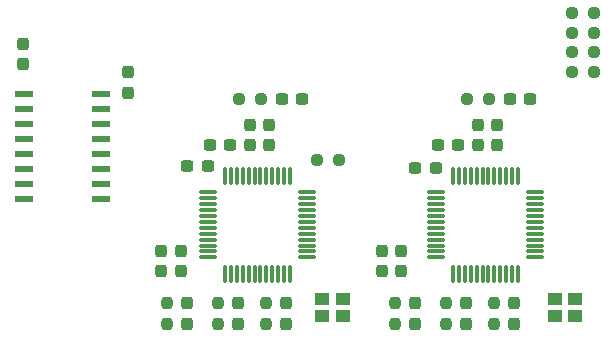
<source format=gtp>
G04 #@! TF.GenerationSoftware,KiCad,Pcbnew,7.0.0-da2b9df05c~163~ubuntu22.04.1*
G04 #@! TF.CreationDate,2023-02-25T14:43:30+01:00*
G04 #@! TF.ProjectId,metering_board,6d657465-7269-46e6-975f-626f6172642e,rev?*
G04 #@! TF.SameCoordinates,Original*
G04 #@! TF.FileFunction,Paste,Top*
G04 #@! TF.FilePolarity,Positive*
%FSLAX46Y46*%
G04 Gerber Fmt 4.6, Leading zero omitted, Abs format (unit mm)*
G04 Created by KiCad (PCBNEW 7.0.0-da2b9df05c~163~ubuntu22.04.1) date 2023-02-25 14:43:30*
%MOMM*%
%LPD*%
G01*
G04 APERTURE LIST*
G04 Aperture macros list*
%AMRoundRect*
0 Rectangle with rounded corners*
0 $1 Rounding radius*
0 $2 $3 $4 $5 $6 $7 $8 $9 X,Y pos of 4 corners*
0 Add a 4 corners polygon primitive as box body*
4,1,4,$2,$3,$4,$5,$6,$7,$8,$9,$2,$3,0*
0 Add four circle primitives for the rounded corners*
1,1,$1+$1,$2,$3*
1,1,$1+$1,$4,$5*
1,1,$1+$1,$6,$7*
1,1,$1+$1,$8,$9*
0 Add four rect primitives between the rounded corners*
20,1,$1+$1,$2,$3,$4,$5,0*
20,1,$1+$1,$4,$5,$6,$7,0*
20,1,$1+$1,$6,$7,$8,$9,0*
20,1,$1+$1,$8,$9,$2,$3,0*%
G04 Aperture macros list end*
%ADD10RoundRect,0.237500X0.250000X0.237500X-0.250000X0.237500X-0.250000X-0.237500X0.250000X-0.237500X0*%
%ADD11RoundRect,0.237500X-0.237500X0.300000X-0.237500X-0.300000X0.237500X-0.300000X0.237500X0.300000X0*%
%ADD12RoundRect,0.237500X-0.250000X-0.237500X0.250000X-0.237500X0.250000X0.237500X-0.250000X0.237500X0*%
%ADD13RoundRect,0.237500X-0.300000X-0.237500X0.300000X-0.237500X0.300000X0.237500X-0.300000X0.237500X0*%
%ADD14RoundRect,0.237500X0.237500X-0.300000X0.237500X0.300000X-0.237500X0.300000X-0.237500X-0.300000X0*%
%ADD15RoundRect,0.075000X-0.662500X-0.075000X0.662500X-0.075000X0.662500X0.075000X-0.662500X0.075000X0*%
%ADD16RoundRect,0.075000X-0.075000X-0.662500X0.075000X-0.662500X0.075000X0.662500X-0.075000X0.662500X0*%
%ADD17RoundRect,0.237500X-0.237500X0.250000X-0.237500X-0.250000X0.237500X-0.250000X0.237500X0.250000X0*%
%ADD18RoundRect,0.237500X0.300000X0.237500X-0.300000X0.237500X-0.300000X-0.237500X0.300000X-0.237500X0*%
%ADD19R,1.150000X1.000000*%
%ADD20RoundRect,0.137500X-0.662500X-0.137500X0.662500X-0.137500X0.662500X0.137500X-0.662500X0.137500X0*%
G04 APERTURE END LIST*
D10*
G04 #@! TO.C,R52*
X156360500Y-101149000D03*
X154535500Y-101149000D03*
G04 #@! TD*
D11*
G04 #@! TO.C,C17*
X129667000Y-91269500D03*
X129667000Y-92994500D03*
G04 #@! TD*
D12*
G04 #@! TO.C,R37*
X147931500Y-95942000D03*
X149756500Y-95942000D03*
G04 #@! TD*
D13*
G04 #@! TO.C,C32*
X151537500Y-95942000D03*
X153262500Y-95942000D03*
G04 #@! TD*
D14*
G04 #@! TO.C,C9*
X160020000Y-110520500D03*
X160020000Y-108795500D03*
G04 #@! TD*
D13*
G04 #@! TO.C,C24*
X143536500Y-101657000D03*
X145261500Y-101657000D03*
G04 #@! TD*
D15*
G04 #@! TO.C,IC2*
X145316500Y-103860000D03*
X145316500Y-104360000D03*
X145316500Y-104860000D03*
X145316500Y-105360000D03*
X145316500Y-105860000D03*
X145316500Y-106360000D03*
X145316500Y-106860000D03*
X145316500Y-107360000D03*
X145316500Y-107860000D03*
X145316500Y-108360000D03*
X145316500Y-108860000D03*
X145316500Y-109360000D03*
D16*
X146729000Y-110772500D03*
X147229000Y-110772500D03*
X147729000Y-110772500D03*
X148229000Y-110772500D03*
X148729000Y-110772500D03*
X149229000Y-110772500D03*
X149729000Y-110772500D03*
X150229000Y-110772500D03*
X150729000Y-110772500D03*
X151229000Y-110772500D03*
X151729000Y-110772500D03*
X152229000Y-110772500D03*
D15*
X153641500Y-109360000D03*
X153641500Y-108860000D03*
X153641500Y-108360000D03*
X153641500Y-107860000D03*
X153641500Y-107360000D03*
X153641500Y-106860000D03*
X153641500Y-106360000D03*
X153641500Y-105860000D03*
X153641500Y-105360000D03*
X153641500Y-104860000D03*
X153641500Y-104360000D03*
X153641500Y-103860000D03*
D16*
X152229000Y-102447500D03*
X151729000Y-102447500D03*
X151229000Y-102447500D03*
X150729000Y-102447500D03*
X150229000Y-102447500D03*
X149729000Y-102447500D03*
X149229000Y-102447500D03*
X148729000Y-102447500D03*
X148229000Y-102447500D03*
X147729000Y-102447500D03*
X147229000Y-102447500D03*
X146729000Y-102447500D03*
G04 #@! TD*
D17*
G04 #@! TO.C,R36*
X150241000Y-113190500D03*
X150241000Y-115015500D03*
G04 #@! TD*
D10*
G04 #@! TO.C,R53*
X177950500Y-90354000D03*
X176125500Y-90354000D03*
G04 #@! TD*
D14*
G04 #@! TO.C,C31*
X151892000Y-114965500D03*
X151892000Y-113240500D03*
G04 #@! TD*
D10*
G04 #@! TO.C,R56*
X177950500Y-92005000D03*
X176125500Y-92005000D03*
G04 #@! TD*
D14*
G04 #@! TO.C,C14*
X168148000Y-99852500D03*
X168148000Y-98127500D03*
G04 #@! TD*
D18*
G04 #@! TO.C,C11*
X166470500Y-99879000D03*
X164745500Y-99879000D03*
G04 #@! TD*
D19*
G04 #@! TO.C,Y1*
X174638999Y-114294999D03*
X176388999Y-114294999D03*
X176388999Y-112894999D03*
X174638999Y-112894999D03*
G04 #@! TD*
D13*
G04 #@! TO.C,C16*
X170841500Y-95942000D03*
X172566500Y-95942000D03*
G04 #@! TD*
D14*
G04 #@! TO.C,C25*
X141351000Y-110547000D03*
X141351000Y-108822000D03*
G04 #@! TD*
D19*
G04 #@! TO.C,Y2*
X154953999Y-114294999D03*
X156703999Y-114294999D03*
X156703999Y-112894999D03*
X154953999Y-112894999D03*
G04 #@! TD*
D13*
G04 #@! TO.C,C8*
X162840500Y-101784000D03*
X164565500Y-101784000D03*
G04 #@! TD*
D14*
G04 #@! TO.C,C30*
X148844000Y-99852500D03*
X148844000Y-98127500D03*
G04 #@! TD*
D10*
G04 #@! TO.C,R55*
X177950500Y-93656000D03*
X176125500Y-93656000D03*
G04 #@! TD*
D14*
G04 #@! TO.C,C26*
X143510000Y-114965500D03*
X143510000Y-113240500D03*
G04 #@! TD*
G04 #@! TO.C,C10*
X162814000Y-114965500D03*
X162814000Y-113240500D03*
G04 #@! TD*
D15*
G04 #@! TO.C,IC1*
X164620500Y-103860000D03*
X164620500Y-104360000D03*
X164620500Y-104860000D03*
X164620500Y-105360000D03*
X164620500Y-105860000D03*
X164620500Y-106360000D03*
X164620500Y-106860000D03*
X164620500Y-107360000D03*
X164620500Y-107860000D03*
X164620500Y-108360000D03*
X164620500Y-108860000D03*
X164620500Y-109360000D03*
D16*
X166033000Y-110772500D03*
X166533000Y-110772500D03*
X167033000Y-110772500D03*
X167533000Y-110772500D03*
X168033000Y-110772500D03*
X168533000Y-110772500D03*
X169033000Y-110772500D03*
X169533000Y-110772500D03*
X170033000Y-110772500D03*
X170533000Y-110772500D03*
X171033000Y-110772500D03*
X171533000Y-110772500D03*
D15*
X172945500Y-109360000D03*
X172945500Y-108860000D03*
X172945500Y-108360000D03*
X172945500Y-107860000D03*
X172945500Y-107360000D03*
X172945500Y-106860000D03*
X172945500Y-106360000D03*
X172945500Y-105860000D03*
X172945500Y-105360000D03*
X172945500Y-104860000D03*
X172945500Y-104360000D03*
X172945500Y-103860000D03*
D16*
X171533000Y-102447500D03*
X171033000Y-102447500D03*
X170533000Y-102447500D03*
X170033000Y-102447500D03*
X169533000Y-102447500D03*
X169033000Y-102447500D03*
X168533000Y-102447500D03*
X168033000Y-102447500D03*
X167533000Y-102447500D03*
X167033000Y-102447500D03*
X166533000Y-102447500D03*
X166033000Y-102447500D03*
G04 #@! TD*
D14*
G04 #@! TO.C,C29*
X150495000Y-99852500D03*
X150495000Y-98127500D03*
G04 #@! TD*
D17*
G04 #@! TO.C,R17*
X165481000Y-113190500D03*
X165481000Y-115015500D03*
G04 #@! TD*
D14*
G04 #@! TO.C,C7*
X161671000Y-110520500D03*
X161671000Y-108795500D03*
G04 #@! TD*
G04 #@! TO.C,C28*
X147828000Y-114965500D03*
X147828000Y-113240500D03*
G04 #@! TD*
G04 #@! TO.C,C12*
X167132000Y-114965500D03*
X167132000Y-113240500D03*
G04 #@! TD*
D17*
G04 #@! TO.C,R34*
X141859000Y-113190500D03*
X141859000Y-115015500D03*
G04 #@! TD*
G04 #@! TO.C,R18*
X169545000Y-113190500D03*
X169545000Y-115015500D03*
G04 #@! TD*
D14*
G04 #@! TO.C,C13*
X169799000Y-99852500D03*
X169799000Y-98127500D03*
G04 #@! TD*
G04 #@! TO.C,C23*
X143002000Y-110547000D03*
X143002000Y-108822000D03*
G04 #@! TD*
D10*
G04 #@! TO.C,R54*
X177950500Y-88703000D03*
X176125500Y-88703000D03*
G04 #@! TD*
D11*
G04 #@! TO.C,C18*
X138557000Y-93682500D03*
X138557000Y-95407500D03*
G04 #@! TD*
D20*
G04 #@! TO.C,U5*
X129719000Y-95555000D03*
X129719000Y-96825000D03*
X129719000Y-98095000D03*
X129719000Y-99365000D03*
X129719000Y-100635000D03*
X129719000Y-101905000D03*
X129719000Y-103175000D03*
X129719000Y-104445000D03*
X136219000Y-104445000D03*
X136219000Y-103175000D03*
X136219000Y-101905000D03*
X136219000Y-100635000D03*
X136219000Y-99365000D03*
X136219000Y-98095000D03*
X136219000Y-96825000D03*
X136219000Y-95555000D03*
G04 #@! TD*
D17*
G04 #@! TO.C,R16*
X161163000Y-113190500D03*
X161163000Y-115015500D03*
G04 #@! TD*
D18*
G04 #@! TO.C,C27*
X147166500Y-99879000D03*
X145441500Y-99879000D03*
G04 #@! TD*
D17*
G04 #@! TO.C,R35*
X146177000Y-113190500D03*
X146177000Y-115015500D03*
G04 #@! TD*
D12*
G04 #@! TO.C,R19*
X167235500Y-95942000D03*
X169060500Y-95942000D03*
G04 #@! TD*
D14*
G04 #@! TO.C,C15*
X171196000Y-114965500D03*
X171196000Y-113240500D03*
G04 #@! TD*
M02*

</source>
